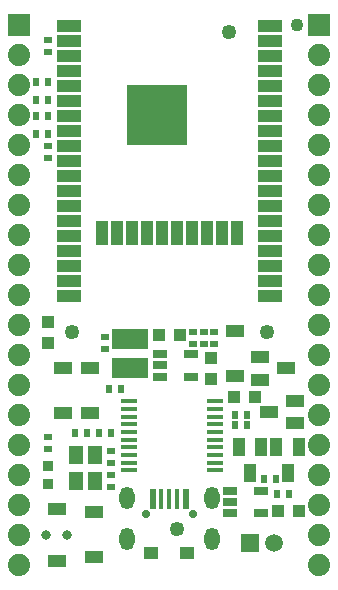
<source format=gbr>
G04 #@! TF.GenerationSoftware,KiCad,Pcbnew,5.1.5-52549c5~84~ubuntu18.04.1*
G04 #@! TF.CreationDate,2020-03-19T15:54:58+02:00*
G04 #@! TF.ProjectId,ESP32-DevKit-Lipo_Rev_C,45535033-322d-4446-9576-4b69742d4c69,C*
G04 #@! TF.SameCoordinates,Original*
G04 #@! TF.FileFunction,Soldermask,Top*
G04 #@! TF.FilePolarity,Negative*
%FSLAX46Y46*%
G04 Gerber Fmt 4.6, Leading zero omitted, Abs format (unit mm)*
G04 Created by KiCad (PCBNEW 5.1.5-52549c5~84~ubuntu18.04.1) date 2020-03-19 15:54:58*
%MOMM*%
%LPD*%
G04 APERTURE LIST*
%ADD10R,2.101600X1.001600*%
%ADD11R,1.001600X2.101600*%
%ADD12R,5.101600X5.101600*%
%ADD13C,2.101600*%
%ADD14C,1.501600*%
%ADD15R,1.501600X1.501600*%
%ADD16R,0.901600X0.901600*%
%ADD17C,1.101600*%
%ADD18R,1.301600X1.501600*%
%ADD19R,1.117600X1.117600*%
%ADD20C,1.879600*%
%ADD21R,1.879600X1.879600*%
%ADD22R,1.501600X1.101600*%
%ADD23C,1.254000*%
%ADD24R,3.101600X1.701600*%
%ADD25R,1.101600X1.501600*%
%ADD26R,1.301600X0.651600*%
%ADD27R,1.371600X0.426600*%
%ADD28R,0.601600X1.751600*%
%ADD29R,0.426600X1.751600*%
%ADD30C,0.701600*%
%ADD31R,1.201600X1.101600*%
%ADD32O,1.301600X1.901600*%
%ADD33R,1.601600X1.001600*%
%ADD34C,0.801600*%
%ADD35R,0.651600X0.601600*%
%ADD36R,0.601600X0.651600*%
G04 APERTURE END LIST*
D10*
X152010000Y-94102000D03*
X152010000Y-92832000D03*
X152010000Y-91562000D03*
X152010000Y-90292000D03*
X152010000Y-95372000D03*
X135010000Y-95372000D03*
X135010000Y-90292000D03*
X135010000Y-91562000D03*
X135010000Y-92832000D03*
X135010000Y-94102000D03*
X135010000Y-72512000D03*
X135010000Y-73782000D03*
X135010000Y-75052000D03*
X135010000Y-76322000D03*
X135010000Y-77592000D03*
X135010000Y-78862000D03*
X135010000Y-80132000D03*
X135010000Y-81402000D03*
X135010000Y-82672000D03*
X135010000Y-83942000D03*
X135010000Y-85212000D03*
X135010000Y-86482000D03*
X135010000Y-87752000D03*
X135010000Y-89022000D03*
D11*
X137810000Y-90022000D03*
X139080000Y-90022000D03*
X140350000Y-90022000D03*
X141620000Y-90022000D03*
X142890000Y-90022000D03*
X144160000Y-90022000D03*
X145430000Y-90022000D03*
X146700000Y-90022000D03*
X147970000Y-90022000D03*
X149240000Y-90022000D03*
D10*
X152010000Y-89022000D03*
X152010000Y-87752000D03*
X152010000Y-86482000D03*
X152010000Y-85212000D03*
X152010000Y-83942000D03*
X152010000Y-82672000D03*
X152010000Y-81402000D03*
X152010000Y-80132000D03*
X152010000Y-78862000D03*
X152010000Y-77592000D03*
X152010000Y-76322000D03*
X152010000Y-75052000D03*
X152010000Y-73782000D03*
X152010000Y-72512000D03*
D12*
X142510000Y-80022000D03*
D13*
X142510000Y-80022000D03*
D14*
X152384760Y-116222780D03*
D15*
X150355300Y-116225320D03*
D16*
X133223000Y-109728000D03*
X133223000Y-111252000D03*
D17*
X154305000Y-72390000D03*
D18*
X137198000Y-108839000D03*
X135598000Y-111039000D03*
X137198000Y-111039000D03*
X135598000Y-108839000D03*
D19*
X150749000Y-103886000D03*
X148971000Y-103886000D03*
D20*
X130810000Y-80010000D03*
X130810000Y-77470000D03*
X130810000Y-74930000D03*
D21*
X130810000Y-72390000D03*
D20*
X130810000Y-82550000D03*
X130810000Y-85090000D03*
X130810000Y-90170000D03*
X130810000Y-87630000D03*
X130810000Y-92710000D03*
X130810000Y-95250000D03*
X130810000Y-100330000D03*
X130810000Y-97790000D03*
X130810000Y-102870000D03*
X130810000Y-105410000D03*
X130810000Y-110490000D03*
X130810000Y-107950000D03*
X130810000Y-118110000D03*
X130810000Y-115570000D03*
X130810000Y-113030000D03*
X156210000Y-80010000D03*
X156210000Y-77470000D03*
X156210000Y-74930000D03*
D21*
X156210000Y-72390000D03*
D20*
X156210000Y-82550000D03*
X156210000Y-85090000D03*
X156210000Y-90170000D03*
X156210000Y-87630000D03*
X156210000Y-92710000D03*
X156210000Y-95250000D03*
X156210000Y-100330000D03*
X156210000Y-97790000D03*
X156210000Y-102870000D03*
X156210000Y-105410000D03*
X156210000Y-110490000D03*
X156210000Y-107950000D03*
X156210000Y-118110000D03*
X156210000Y-115570000D03*
X156210000Y-113030000D03*
D22*
X151165560Y-100523040D03*
X151165560Y-102425500D03*
X153375360Y-101470460D03*
D23*
X151765000Y-98425000D03*
X135255000Y-98425000D03*
X148590000Y-73025000D03*
D24*
X140208000Y-99003000D03*
X140208000Y-101403000D03*
D25*
X151317960Y-108112560D03*
X149415500Y-108112560D03*
X150370540Y-110322360D03*
X154492960Y-108112560D03*
X152590500Y-108112560D03*
X153545540Y-110322360D03*
D26*
X148687000Y-111826000D03*
X148687000Y-112776000D03*
X148687000Y-113726000D03*
X151287000Y-111826000D03*
X151287000Y-113726000D03*
D27*
X140144500Y-104263000D03*
X140144500Y-104913000D03*
X140144500Y-105563000D03*
X140144500Y-106213000D03*
X140144500Y-106863000D03*
X140144500Y-107513000D03*
X140144500Y-108163000D03*
X140144500Y-108813000D03*
X140144500Y-109463000D03*
X140144500Y-110113000D03*
X147383500Y-110113000D03*
X147383500Y-109463000D03*
X147383500Y-108813000D03*
X147383500Y-108163000D03*
X147383500Y-107513000D03*
X147383500Y-106863000D03*
X147383500Y-106213000D03*
X147383500Y-105563000D03*
X147383500Y-104913000D03*
X147383500Y-104263000D03*
D26*
X142718000Y-100269000D03*
X142718000Y-101219000D03*
X142718000Y-102169000D03*
X145318000Y-100269000D03*
X145318000Y-102169000D03*
D22*
X151935000Y-105156000D03*
X154135000Y-104206000D03*
X154135000Y-106106000D03*
D28*
X142122500Y-112547000D03*
D29*
X142860000Y-112547000D03*
X143510000Y-112547000D03*
X144160000Y-112547000D03*
D28*
X144897500Y-112547000D03*
D30*
X141510000Y-113797000D03*
X145510000Y-113797000D03*
D31*
X142010000Y-117097000D03*
X145010000Y-117097000D03*
D32*
X139910000Y-115947000D03*
X139910000Y-112477000D03*
X147110000Y-112477000D03*
X147110000Y-115947000D03*
D33*
X133985000Y-113393000D03*
X133985000Y-117747000D03*
D34*
X134885000Y-115570000D03*
X133085000Y-115570000D03*
D22*
X137160000Y-113670000D03*
X137160000Y-117470000D03*
X149098000Y-98303000D03*
X149098000Y-102103000D03*
X136779000Y-101478000D03*
X136779000Y-105278000D03*
X134493000Y-105278000D03*
X134493000Y-101478000D03*
D19*
X154495500Y-113538000D03*
X152717500Y-113538000D03*
X147066000Y-100584000D03*
X147066000Y-102362000D03*
X144399000Y-98679000D03*
X142621000Y-98679000D03*
D35*
X147320000Y-98361500D03*
X147320000Y-99377500D03*
X133223000Y-82677000D03*
X133223000Y-83693000D03*
X133223000Y-107315000D03*
X133223000Y-108331000D03*
D36*
X153670000Y-112141000D03*
X152654000Y-112141000D03*
X132207000Y-80137001D03*
X133223000Y-80137001D03*
X136525000Y-106934000D03*
X135509000Y-106934000D03*
D35*
X138112500Y-98806000D03*
X138112500Y-99822000D03*
D36*
X150114000Y-106299000D03*
X149098000Y-106299000D03*
X150114000Y-105410000D03*
X149098000Y-105410000D03*
X151511000Y-110871000D03*
X152527000Y-110871000D03*
D35*
X145542000Y-98361500D03*
X145542000Y-99377500D03*
X146431000Y-98361500D03*
X146431000Y-99377500D03*
X133223000Y-74676000D03*
X133223000Y-73660000D03*
D36*
X133223000Y-77216000D03*
X132207000Y-77216000D03*
X132207000Y-78740000D03*
X133223000Y-78740000D03*
X138430000Y-103251000D03*
X139446000Y-103251000D03*
D35*
X138557000Y-108458000D03*
X138557000Y-109474000D03*
X138557000Y-111506000D03*
X138557000Y-110490000D03*
D36*
X137541000Y-106934000D03*
X138557000Y-106934000D03*
X133222999Y-81661000D03*
X132206999Y-81661000D03*
D23*
X144145000Y-115062000D03*
D19*
X133223000Y-99314000D03*
X133223000Y-97536000D03*
M02*

</source>
